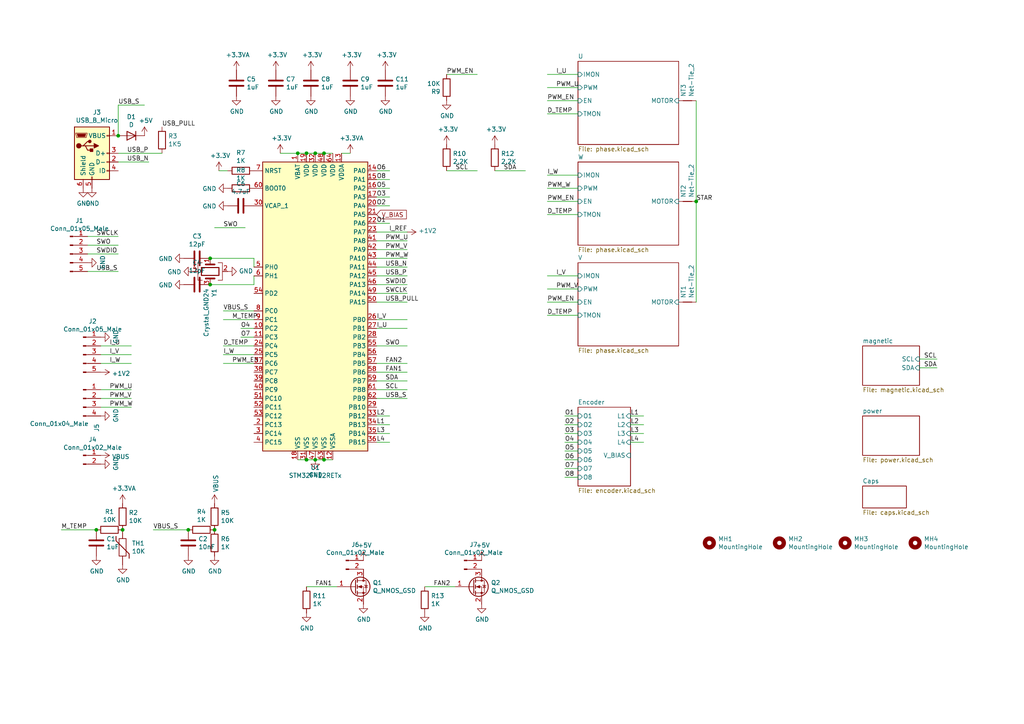
<source format=kicad_sch>
(kicad_sch (version 20211123) (generator eeschema)
  (paper "A4")
  (lib_symbols
    (symbol "Connector:Conn_01x02_Male" (pin_names (offset 1.016) hide)
      (property "Reference" "J" (at 0 2.54 0))
      (property "Value" "Conn_01x02_Male" (at 0 -5.08 0))
      (symbol "Conn_01x02_Male_1_1"
        (polyline (pts (xy 1.27 -2.54) (xy 0.8636 -2.54)) (stroke (width 0.1524)))
        (polyline (pts (xy 1.27 0) (xy 0.8636 0)) (stroke (width 0.1524)))
        (rectangle (start 0.8636 -2.413) (end 0 -2.667) (stroke (width 0.1524)) (fill (type outline)))
        (rectangle (start 0.8636 0.127) (end 0 -0.127) (stroke (width 0.1524)) (fill (type outline)))
        (pin passive line (at 5.08 0 180) (length 3.81) (name "Pin_1") (number "1"))
        (pin passive line (at 5.08 -2.54 180) (length 3.81) (name "Pin_2") (number "2"))
      )
    )
    (symbol "Connector:Conn_01x04_Male" (pin_names (offset 1.016) hide)
      (property "Reference" "J" (at 0 5.08 0))
      (property "Value" "Conn_01x04_Male" (at 0 -7.62 0))
      (symbol "Conn_01x04_Male_1_1"
        (polyline (pts (xy 1.27 -5.08) (xy 0.8636 -5.08)) (stroke (width 0.1524)))
        (polyline (pts (xy 1.27 -2.54) (xy 0.8636 -2.54)) (stroke (width 0.1524)))
        (polyline (pts (xy 1.27 0) (xy 0.8636 0)) (stroke (width 0.1524)))
        (polyline (pts (xy 1.27 2.54) (xy 0.8636 2.54)) (stroke (width 0.1524)))
        (rectangle (start 0.8636 -4.953) (end 0 -5.207) (stroke (width 0.1524)) (fill (type outline)))
        (rectangle (start 0.8636 -2.413) (end 0 -2.667) (stroke (width 0.1524)) (fill (type outline)))
        (rectangle (start 0.8636 0.127) (end 0 -0.127) (stroke (width 0.1524)) (fill (type outline)))
        (rectangle (start 0.8636 2.667) (end 0 2.413) (stroke (width 0.1524)) (fill (type outline)))
        (pin passive line (at 5.08 2.54 180) (length 3.81) (name "Pin_1") (number "1"))
        (pin passive line (at 5.08 0 180) (length 3.81) (name "Pin_2") (number "2"))
        (pin passive line (at 5.08 -2.54 180) (length 3.81) (name "Pin_3") (number "3"))
        (pin passive line (at 5.08 -5.08 180) (length 3.81) (name "Pin_4") (number "4"))
      )
    )
    (symbol "Connector:Conn_01x05_Male" (pin_names (offset 1.016) hide)
      (property "Reference" "J" (at 0 7.62 0))
      (property "Value" "Conn_01x05_Male" (at 0 -7.62 0))
      (symbol "Conn_01x05_Male_1_1"
        (polyline (pts (xy 1.27 -5.08) (xy 0.8636 -5.08)) (stroke (width 0.1524)))
        (polyline (pts (xy 1.27 -2.54) (xy 0.8636 -2.54)) (stroke (width 0.1524)))
        (polyline (pts (xy 1.27 0) (xy 0.8636 0)) (stroke (width 0.1524)))
        (polyline (pts (xy 1.27 2.54) (xy 0.8636 2.54)) (stroke (width 0.1524)))
        (polyline (pts (xy 1.27 5.08) (xy 0.8636 5.08)) (stroke (width 0.1524)))
        (rectangle (start 0.8636 -4.953) (end 0 -5.207) (stroke (width 0.1524)) (fill (type outline)))
        (rectangle (start 0.8636 -2.413) (end 0 -2.667) (stroke (width 0.1524)) (fill (type outline)))
        (rectangle (start 0.8636 0.127) (end 0 -0.127) (stroke (width 0.1524)) (fill (type outline)))
        (rectangle (start 0.8636 2.667) (end 0 2.413) (stroke (width 0.1524)) (fill (type outline)))
        (rectangle (start 0.8636 5.207) (end 0 4.953) (stroke (width 0.1524)) (fill (type outline)))
        (pin passive line (at 5.08 5.08 180) (length 3.81) (name "Pin_1") (number "1"))
        (pin passive line (at 5.08 2.54 180) (length 3.81) (name "Pin_2") (number "2"))
        (pin passive line (at 5.08 0 180) (length 3.81) (name "Pin_3") (number "3"))
        (pin passive line (at 5.08 -2.54 180) (length 3.81) (name "Pin_4") (number "4"))
        (pin passive line (at 5.08 -5.08 180) (length 3.81) (name "Pin_5") (number "5"))
      )
    )
    (symbol "Connector:USB_B_Micro" (pin_names (offset 1.016))
      (property "Reference" "J" (at -5.08 11.43 0))
      (property "Value" "USB_B_Micro" (at -5.08 8.89 0))
      (symbol "USB_B_Micro_0_1"
        (rectangle (start -5.08 -7.62) (end 5.08 7.62) (stroke (width 0.254)) (fill (type background)))
        (circle (center -3.81 2.159) (radius 0.635) (stroke (width 0.254)) (fill (type outline)))
        (circle (center -0.635 3.429) (radius 0.381) (stroke (width 0.254)) (fill (type outline)))
        (rectangle (start -0.127 -7.62) (end 0.127 -6.858))
        (polyline (pts (xy -1.905 2.159) (xy 0.635 2.159)) (stroke (width 0.254)))
        (polyline (pts (xy -3.175 2.159) (xy -2.54 2.159) (xy -1.27 3.429) (xy -0.635 3.429)) (stroke (width 0.254)))
        (polyline (pts (xy -2.54 2.159) (xy -1.905 2.159) (xy -1.27 0.889) (xy 0 0.889)) (stroke (width 0.254)))
        (polyline (pts (xy 0.635 2.794) (xy 0.635 1.524) (xy 1.905 2.159) (xy 0.635 2.794)) (stroke (width 0.254)) (fill (type outline)))
        (polyline (pts (xy -4.318 5.588) (xy -1.778 5.588) (xy -2.032 4.826) (xy -4.064 4.826) (xy -4.318 5.588)) (fill (type outline)))
        (polyline (pts (xy -4.699 5.842) (xy -4.699 5.588) (xy -4.445 4.826) (xy -4.445 4.572) (xy -1.651 4.572) (xy -1.651 4.826) (xy -1.397 5.588) (xy -1.397 5.842) (xy -4.699 5.842)))
        (rectangle (start 0.254 1.27) (end -0.508 0.508) (stroke (width 0.254)) (fill (type outline)))
        (rectangle (start 5.08 -5.207) (end 4.318 -4.953))
        (rectangle (start 5.08 -2.667) (end 4.318 -2.413))
        (rectangle (start 5.08 -0.127) (end 4.318 0.127))
        (rectangle (start 5.08 4.953) (end 4.318 5.207))
      )
      (symbol "USB_B_Micro_1_1"
        (pin power_out line (at 7.62 5.08 180) (length 2.54) (name "VBUS") (number "1"))
        (pin bidirectional line (at 7.62 -2.54 180) (length 2.54) (name "D-") (number "2"))
        (pin bidirectional line (at 7.62 0 180) (length 2.54) (name "D+") (number "3"))
        (pin passive line (at 7.62 -5.08 180) (length 2.54) (name "ID") (number "4"))
        (pin power_out line (at 0 -10.16 90) (length 2.54) (name "GND") (number "5"))
        (pin passive line (at -2.54 -10.16 90) (length 2.54) (name "Shield") (number "6"))
      )
    )
    (symbol "Device:C" (pin_numbers hide) (pin_names (offset 0.254))
      (property "Reference" "C" (at 0.635 2.54 0))
      (property "Value" "C" (at 0.635 -2.54 0))
      (symbol "C_0_1"
        (polyline (pts (xy -2.032 -0.762) (xy 2.032 -0.762)) (stroke (width 0.508)))
        (polyline (pts (xy -2.032 0.762) (xy 2.032 0.762)) (stroke (width 0.508)))
      )
      (symbol "C_1_1"
        (pin passive line (at 0 3.81 270) (length 2.794) (name "~") (number "1"))
        (pin passive line (at 0 -3.81 90) (length 2.794) (name "~") (number "2"))
      )
    )
    (symbol "Device:Crystal_GND24" (pin_names (offset 1.016) hide)
      (property "Reference" "Y" (at 3.175 5.08 0))
      (property "Value" "Crystal_GND24" (at 3.175 3.175 0))
      (symbol "Crystal_GND24_0_1"
        (rectangle (start -1.143 2.54) (end 1.143 -2.54) (stroke (width 0.3048)))
        (polyline (pts (xy -2.54 0) (xy -2.032 0)))
        (polyline (pts (xy -2.032 -1.27) (xy -2.032 1.27)) (stroke (width 0.508)))
        (polyline (pts (xy 0 -3.81) (xy 0 -3.556)))
        (polyline (pts (xy 0 3.556) (xy 0 3.81)))
        (polyline (pts (xy 2.032 -1.27) (xy 2.032 1.27)) (stroke (width 0.508)))
        (polyline (pts (xy 2.032 0) (xy 2.54 0)))
        (polyline (pts (xy -2.54 -2.286) (xy -2.54 -3.556) (xy 2.54 -3.556) (xy 2.54 -2.286)))
        (polyline (pts (xy -2.54 2.286) (xy -2.54 3.556) (xy 2.54 3.556) (xy 2.54 2.286)))
      )
      (symbol "Crystal_GND24_1_1"
        (pin passive line (at -3.81 0 0) (length 1.27) (name "1") (number "1"))
        (pin passive line (at 0 5.08 270) (length 1.27) (name "2") (number "2"))
        (pin passive line (at 3.81 0 180) (length 1.27) (name "3") (number "3"))
        (pin passive line (at 0 -5.08 90) (length 1.27) (name "4") (number "4"))
      )
    )
    (symbol "Device:D" (pin_numbers hide) (pin_names (offset 1.016) hide)
      (property "Reference" "D" (at 0 2.54 0))
      (property "Value" "D" (at 0 -2.54 0))
      (symbol "D_0_1"
        (polyline (pts (xy -1.27 1.27) (xy -1.27 -1.27)) (stroke (width 0.254)))
        (polyline (pts (xy 1.27 0) (xy -1.27 0)))
        (polyline (pts (xy 1.27 1.27) (xy 1.27 -1.27) (xy -1.27 0) (xy 1.27 1.27)) (stroke (width 0.254)))
      )
      (symbol "D_1_1"
        (pin passive line (at -3.81 0 0) (length 2.54) (name "K") (number "1"))
        (pin passive line (at 3.81 0 180) (length 2.54) (name "A") (number "2"))
      )
    )
    (symbol "Device:Net-Tie_2" (pin_numbers hide) (pin_names (offset 0) hide)
      (property "Reference" "NT" (at 0 1.27 0))
      (property "Value" "Device_Net-Tie_2" (at 0 -1.27 0))
      (symbol "Net-Tie_2_0_1"
        (polyline (pts (xy -1.27 0) (xy 1.27 0)) (stroke (width 0.254)))
      )
      (symbol "Net-Tie_2_1_1"
        (pin passive line (at -2.54 0 0) (length 2.54) (name "1") (number "1"))
        (pin passive line (at 2.54 0 180) (length 2.54) (name "2") (number "2"))
      )
    )
    (symbol "Device:Q_NMOS_GSD" (pin_names (offset 0) hide)
      (property "Reference" "Q" (at 5.08 1.27 0))
      (property "Value" "Q_NMOS_GSD" (at 5.08 -1.27 0))
      (symbol "Q_NMOS_GSD_0_1"
        (polyline (pts (xy 0.254 0) (xy -2.54 0)))
        (polyline (pts (xy 0.254 1.905) (xy 0.254 -1.905)) (stroke (width 0.254)))
        (polyline (pts (xy 0.762 -1.27) (xy 0.762 -2.286)) (stroke (width 0.254)))
        (polyline (pts (xy 0.762 0.508) (xy 0.762 -0.508)) (stroke (width 0.254)))
        (polyline (pts (xy 0.762 2.286) (xy 0.762 1.27)) (stroke (width 0.254)))
        (polyline (pts (xy 2.54 2.54) (xy 2.54 1.778)))
        (polyline (pts (xy 2.54 -2.54) (xy 2.54 0) (xy 0.762 0)))
        (polyline (pts (xy 0.762 -1.778) (xy 3.302 -1.778) (xy 3.302 1.778) (xy 0.762 1.778)))
        (polyline (pts (xy 1.016 0) (xy 2.032 0.381) (xy 2.032 -0.381) (xy 1.016 0)) (fill (type outline)))
        (polyline (pts (xy 2.794 0.508) (xy 2.921 0.381) (xy 3.683 0.381) (xy 3.81 0.254)))
        (polyline (pts (xy 3.302 0.381) (xy 2.921 -0.254) (xy 3.683 -0.254) (xy 3.302 0.381)))
        (circle (center 1.651 0) (radius 2.794) (stroke (width 0.254)))
        (circle (center 2.54 -1.778) (radius 0.254) (fill (type outline)))
        (circle (center 2.54 1.778) (radius 0.254) (fill (type outline)))
      )
      (symbol "Q_NMOS_GSD_1_1"
        (pin input line (at -5.08 0 0) (length 2.54) (name "G") (number "1"))
        (pin passive line (at 2.54 -5.08 90) (length 2.54) (name "S") (number "2"))
        (pin passive line (at 2.54 5.08 270) (length 2.54) (name "D") (number "3"))
      )
    )
    (symbol "Device:R" (pin_numbers hide) (pin_names (offset 0))
      (property "Reference" "R" (at 2.032 0 90))
      (property "Value" "R" (at 0 0 90))
      (symbol "R_0_1"
        (rectangle (start -1.016 -2.54) (end 1.016 2.54) (stroke (width 0.254)))
      )
      (symbol "R_1_1"
        (pin passive line (at 0 3.81 270) (length 1.27) (name "~") (number "1"))
        (pin passive line (at 0 -3.81 90) (length 1.27) (name "~") (number "2"))
      )
    )
    (symbol "Device:Thermistor" (pin_numbers hide) (pin_names (offset 0))
      (property "Reference" "TH" (at 2.54 1.27 90))
      (property "Value" "Thermistor" (at -2.54 0 90))
      (symbol "Thermistor_0_1"
        (rectangle (start -1.016 2.54) (end 1.016 -2.54) (stroke (width 0.2032)))
        (polyline (pts (xy -1.905 3.175) (xy -1.905 1.905) (xy 1.905 -1.905) (xy 1.905 -3.175) (xy 1.905 -3.175)) (stroke (width 0.254)))
      )
      (symbol "Thermistor_1_1"
        (pin passive line (at 0 5.08 270) (length 2.54) (name "~") (number "1"))
        (pin passive line (at 0 -5.08 90) (length 2.54) (name "~") (number "2"))
      )
    )
    (symbol "MCU_ST_STM32F4:STM32F412RETx"
      (property "Reference" "U" (at -15.24 41.91 0))
      (property "Value" "STM32F412RETx" (at 10.16 41.91 0))
      (symbol "STM32F412RETx_0_1"
        (rectangle (start -15.24 -43.18) (end 15.24 40.64) (stroke (width 0.254)) (fill (type background)))
      )
      (symbol "STM32F412RETx_1_1"
        (pin power_in line (at -5.08 43.18 270) (length 2.54) (name "VBAT") (number "1"))
        (pin bidirectional line (at -17.78 -7.62 0) (length 2.54) (name "PC2") (number "10"))
        (pin bidirectional line (at -17.78 -10.16 0) (length 2.54) (name "PC3") (number "11"))
        (pin power_in line (at 5.08 -45.72 90) (length 2.54) (name "VSSA") (number "12"))
        (pin power_in line (at 7.62 43.18 270) (length 2.54) (name "VDDA") (number "13"))
        (pin bidirectional line (at 17.78 38.1 180) (length 2.54) (name "PA0") (number "14"))
        (pin bidirectional line (at 17.78 35.56 180) (length 2.54) (name "PA1") (number "15"))
        (pin bidirectional line (at 17.78 33.02 180) (length 2.54) (name "PA2") (number "16"))
        (pin bidirectional line (at 17.78 30.48 180) (length 2.54) (name "PA3") (number "17"))
        (pin power_in line (at -5.08 -45.72 90) (length 2.54) (name "VSS") (number "18"))
        (pin power_in line (at -2.54 43.18 270) (length 2.54) (name "VDD") (number "19"))
        (pin bidirectional line (at -17.78 -35.56 0) (length 2.54) (name "PC13") (number "2"))
        (pin bidirectional line (at 17.78 27.94 180) (length 2.54) (name "PA4") (number "20"))
        (pin bidirectional line (at 17.78 25.4 180) (length 2.54) (name "PA5") (number "21"))
        (pin bidirectional line (at 17.78 22.86 180) (length 2.54) (name "PA6") (number "22"))
        (pin bidirectional line (at 17.78 20.32 180) (length 2.54) (name "PA7") (number "23"))
        (pin bidirectional line (at -17.78 -12.7 0) (length 2.54) (name "PC4") (number "24"))
        (pin bidirectional line (at -17.78 -15.24 0) (length 2.54) (name "PC5") (number "25"))
        (pin bidirectional line (at 17.78 -5.08 180) (length 2.54) (name "PB0") (number "26"))
        (pin bidirectional line (at 17.78 -7.62 180) (length 2.54) (name "PB1") (number "27"))
        (pin bidirectional line (at 17.78 -10.16 180) (length 2.54) (name "PB2") (number "28"))
        (pin bidirectional line (at 17.78 -30.48 180) (length 2.54) (name "PB10") (number "29"))
        (pin bidirectional line (at -17.78 -38.1 0) (length 2.54) (name "PC14") (number "3"))
        (pin power_in line (at -17.78 27.94 0) (length 2.54) (name "VCAP_1") (number "30"))
        (pin power_in line (at -2.54 -45.72 90) (length 2.54) (name "VSS") (number "31"))
        (pin power_in line (at 0 43.18 270) (length 2.54) (name "VDD") (number "32"))
        (pin bidirectional line (at 17.78 -33.02 180) (length 2.54) (name "PB12") (number "33"))
        (pin bidirectional line (at 17.78 -35.56 180) (length 2.54) (name "PB13") (number "34"))
        (pin bidirectional line (at 17.78 -38.1 180) (length 2.54) (name "PB14") (number "35"))
        (pin bidirectional line (at 17.78 -40.64 180) (length 2.54) (name "PB15") (number "36"))
        (pin bidirectional line (at -17.78 -17.78 0) (length 2.54) (name "PC6") (number "37"))
        (pin bidirectional line (at -17.78 -20.32 0) (length 2.54) (name "PC7") (number "38"))
        (pin bidirectional line (at -17.78 -22.86 0) (length 2.54) (name "PC8") (number "39"))
        (pin bidirectional line (at -17.78 -40.64 0) (length 2.54) (name "PC15") (number "4"))
        (pin bidirectional line (at -17.78 -25.4 0) (length 2.54) (name "PC9") (number "40"))
        (pin bidirectional line (at 17.78 17.78 180) (length 2.54) (name "PA8") (number "41"))
        (pin bidirectional line (at 17.78 15.24 180) (length 2.54) (name "PA9") (number "42"))
        (pin bidirectional line (at 17.78 12.7 180) (length 2.54) (name "PA10") (number "43"))
        (pin bidirectional line (at 17.78 10.16 180) (length 2.54) (name "PA11") (number "44"))
        (pin bidirectional line (at 17.78 7.62 180) (length 2.54) (name "PA12") (number "45"))
        (pin bidirectional line (at 17.78 5.08 180) (length 2.54) (name "PA13") (number "46"))
        (pin power_in line (at 0 -45.72 90) (length 2.54) (name "VSS") (number "47"))
        (pin power_in line (at 2.54 43.18 270) (length 2.54) (name "VDD") (number "48"))
        (pin bidirectional line (at 17.78 2.54 180) (length 2.54) (name "PA14") (number "49"))
        (pin input line (at -17.78 10.16 0) (length 2.54) (name "PH0") (number "5"))
        (pin bidirectional line (at 17.78 0 180) (length 2.54) (name "PA15") (number "50"))
        (pin bidirectional line (at -17.78 -27.94 0) (length 2.54) (name "PC10") (number "51"))
        (pin bidirectional line (at -17.78 -30.48 0) (length 2.54) (name "PC11") (number "52"))
        (pin bidirectional line (at -17.78 -33.02 0) (length 2.54) (name "PC12") (number "53"))
        (pin bidirectional line (at -17.78 2.54 0) (length 2.54) (name "PD2") (number "54"))
        (pin bidirectional line (at 17.78 -12.7 180) (length 2.54) (name "PB3") (number "55"))
        (pin bidirectional line (at 17.78 -15.24 180) (length 2.54) (name "PB4") (number "56"))
        (pin bidirectional line (at 17.78 -17.78 180) (length 2.54) (name "PB5") (number "57"))
        (pin bidirectional line (at 17.78 -20.32 180) (length 2.54) (name "PB6") (number "58"))
        (pin bidirectional line (at 17.78 -22.86 180) (length 2.54) (name "PB7") (number "59"))
        (pin input line (at -17.78 7.62 0) (length 2.54) (name "PH1") (number "6"))
        (pin input line (at -17.78 33.02 0) (length 2.54) (name "BOOT0") (number "60"))
        (pin bidirectional line (at 17.78 -25.4 180) (length 2.54) (name "PB8") (number "61"))
        (pin bidirectional line (at 17.78 -27.94 180) (length 2.54) (name "PB9") (number "62"))
        (pin power_in line (at 2.54 -45.72 90) (length 2.54) (name "VSS") (number "63"))
        (pin power_in line (at 5.08 43.18 270) (length 2.54) (name "VDD") (number "64"))
        (pin input line (at -17.78 38.1 0) (length 2.54) (name "NRST") (number "7"))
        (pin bidirectional line (at -17.78 -2.54 0) (length 2.54) (name "PC0") (number "8"))
        (pin bidirectional line (at -17.78 -5.08 0) (length 2.54) (name "PC1") (number "9"))
      )
    )
    (symbol "Mechanical:MountingHole" (pin_names (offset 1.016))
      (property "Reference" "H" (at 0 5.08 0))
      (property "Value" "MountingHole" (at 0 3.175 0))
      (symbol "MountingHole_0_1"
        (circle (center 0 0) (radius 1.27) (stroke (width 1.27)))
      )
    )
    (symbol "power:+1V2" (power) (pin_names (offset 0))
      (property "Value" "+1V2" (at 0 3.556 0))
      (symbol "+1V2_0_1"
        (polyline (pts (xy -0.762 1.27) (xy 0 2.54)))
        (polyline (pts (xy 0 0) (xy 0 2.54)))
        (polyline (pts (xy 0 2.54) (xy 0.762 1.27)))
      )
      (symbol "+1V2_1_1"
        (pin power_in line (at 0 0 90) (length 0) hide (name "+1V2") (number "1"))
      )
    )
    (symbol "power:+3.3V" (power) (pin_names (offset 0))
      (property "Value" "+3.3V" (at 0 3.556 0))
      (symbol "+3.3V_0_1"
        (polyline (pts (xy -0.762 1.27) (xy 0 2.54)))
        (polyline (pts (xy 0 0) (xy 0 2.54)))
        (polyline (pts (xy 0 2.54) (xy 0.762 1.27)))
      )
      (symbol "+3.3V_1_1"
        (pin power_in line (at 0 0 90) (length 0) hide (name "+3.3V") (number "1"))
      )
    )
    (symbol "power:+3.3VA" (power) (pin_names (offset 0))
      (property "Value" "+3.3VA" (at 0 3.556 0))
      (symbol "+3.3VA_0_1"
        (polyline (pts (xy -0.762 1.27) (xy 0 2.54)))
        (polyline (pts (xy 0 0) (xy 0 2.54)))
        (polyline (pts (xy 0 2.54) (xy 0.762 1.27)))
      )
      (symbol "+3.3VA_1_1"
        (pin power_in line (at 0 0 90) (length 0) hide (name "+3.3VA") (number "1"))
      )
    )
    (symbol "power:+5V" (power) (pin_names (offset 0))
      (property "Value" "+5V" (at 0 3.556 0))
      (symbol "+5V_0_1"
        (polyline (pts (xy -0.762 1.27) (xy 0 2.54)))
        (polyline (pts (xy 0 0) (xy 0 2.54)))
        (polyline (pts (xy 0 2.54) (xy 0.762 1.27)))
      )
      (symbol "+5V_1_1"
        (pin power_in line (at 0 0 90) (length 0) hide (name "+5V") (number "1"))
      )
    )
    (symbol "power:GND" (power) (pin_names (offset 0))
      (property "Value" "GND" (at 0 -3.81 0))
      (symbol "GND_0_1"
        (polyline (pts (xy 0 0) (xy 0 -1.27) (xy 1.27 -1.27) (xy 0 -2.54) (xy -1.27 -1.27) (xy 0 -1.27)))
      )
      (symbol "GND_1_1"
        (pin power_in line (at 0 0 270) (length 0) hide (name "GND") (number "1"))
      )
    )
    (symbol "power:VBUS" (power) (pin_names (offset 0))
      (property "Value" "VBUS" (at 0 3.81 0))
      (symbol "VBUS_0_1"
        (polyline (pts (xy -0.762 1.27) (xy 0 2.54)))
        (polyline (pts (xy 0 0) (xy 0 2.54)))
        (polyline (pts (xy 0 2.54) (xy 0.762 1.27)))
      )
      (symbol "VBUS_1_1"
        (pin power_in line (at 0 0 90) (length 0) hide (name "VBUS") (number "1"))
      )
    )
  )
  (junction (at 93.98 44.45))
  (junction (at 34.29 39.37))
  (junction (at 60.96 74.93))
  (junction (at 86.36 44.45))
  (junction (at 60.96 82.55))
  (junction (at 91.44 44.45))
  (junction (at 62.23 153.67))
  (junction (at 35.56 153.67))
  (junction (at 93.98 133.35))
  (junction (at 91.44 133.35))
  (junction (at 27.94 153.67))
  (junction (at 88.9 133.35))
  (junction (at 201.93 58.42))
  (junction (at 54.61 153.67))
  (junction (at 88.9 44.45))
  (wire (pts (xy 29.21 118.11) (xy 38.1 118.11)))
  (wire (pts (xy 158.75 91.44) (xy 167.64 91.44)))
  (wire (pts (xy 25.4 73.66) (xy 34.29 73.66)))
  (wire (pts (xy 266.7 104.14) (xy 271.78 104.14)))
  (wire (pts (xy 158.75 25.4) (xy 167.64 25.4)))
  (wire (pts (xy 109.22 77.47) (xy 118.11 77.47)))
  (wire (pts (xy 113.03 125.73) (xy 109.22 125.73)))
  (wire (pts (xy 73.66 74.93) (xy 73.66 77.47)))
  (wire (pts (xy 163.83 123.19) (xy 167.64 123.19)))
  (wire (pts (xy 163.83 120.65) (xy 167.64 120.65)))
  (wire (pts (xy 158.75 62.23) (xy 167.64 62.23)))
  (wire (pts (xy 54.61 153.67) (xy 44.45 153.67)))
  (wire (pts (xy 60.96 82.55) (xy 73.66 82.55)))
  (wire (pts (xy 99.06 44.45) (xy 101.6 44.45)))
  (wire (pts (xy 60.96 74.93) (xy 73.66 74.93)))
  (wire (pts (xy 64.77 102.87) (xy 73.66 102.87)))
  (wire (pts (xy 109.22 105.41) (xy 118.11 105.41)))
  (wire (pts (xy 109.22 69.85) (xy 118.11 69.85)))
  (wire (pts (xy 93.98 44.45) (xy 96.52 44.45)))
  (wire (pts (xy 109.22 87.63) (xy 118.11 87.63)))
  (wire (pts (xy 113.03 128.27) (xy 109.22 128.27)))
  (wire (pts (xy 201.93 29.21) (xy 201.93 58.42)))
  (wire (pts (xy 62.23 66.04) (xy 71.12 66.04)))
  (wire (pts (xy 109.22 72.39) (xy 118.11 72.39)))
  (wire (pts (xy 88.9 133.35) (xy 91.44 133.35)))
  (wire (pts (xy 63.5 49.53) (xy 66.04 49.53)))
  (wire (pts (xy 143.51 49.53) (xy 152.4 49.53)))
  (wire (pts (xy 163.83 133.35) (xy 167.64 133.35)))
  (wire (pts (xy 109.22 92.71) (xy 118.11 92.71)))
  (wire (pts (xy 34.29 39.37) (xy 34.29 30.48)))
  (wire (pts (xy 158.75 21.59) (xy 167.64 21.59)))
  (wire (pts (xy 123.19 170.18) (xy 132.08 170.18)))
  (wire (pts (xy 91.44 133.35) (xy 93.98 133.35)))
  (wire (pts (xy 29.21 115.57) (xy 38.1 115.57)))
  (wire (pts (xy 64.77 92.71) (xy 73.66 92.71)))
  (wire (pts (xy 73.66 95.25) (xy 69.85 95.25)))
  (wire (pts (xy 109.22 113.03) (xy 118.11 113.03)))
  (wire (pts (xy 29.21 102.87) (xy 38.1 102.87)))
  (wire (pts (xy 186.69 123.19) (xy 182.88 123.19)))
  (wire (pts (xy 86.36 44.45) (xy 88.9 44.45)))
  (wire (pts (xy 158.75 33.02) (xy 167.64 33.02)))
  (wire (pts (xy 266.7 106.68) (xy 271.78 106.68)))
  (wire (pts (xy 25.4 71.12) (xy 34.29 71.12)))
  (wire (pts (xy 158.75 83.82) (xy 167.64 83.82)))
  (wire (pts (xy 34.29 46.99) (xy 43.18 46.99)))
  (wire (pts (xy 29.21 100.33) (xy 38.1 100.33)))
  (wire (pts (xy 109.22 115.57) (xy 118.11 115.57)))
  (wire (pts (xy 129.54 49.53) (xy 138.43 49.53)))
  (wire (pts (xy 64.77 105.41) (xy 73.66 105.41)))
  (wire (pts (xy 118.11 80.01) (xy 109.22 80.01)))
  (wire (pts (xy 91.44 44.45) (xy 93.98 44.45)))
  (wire (pts (xy 113.03 52.07) (xy 109.22 52.07)))
  (wire (pts (xy 163.83 125.73) (xy 167.64 125.73)))
  (wire (pts (xy 109.22 110.49) (xy 118.11 110.49)))
  (wire (pts (xy 109.22 100.33) (xy 118.11 100.33)))
  (wire (pts (xy 167.64 138.43) (xy 163.83 138.43)))
  (wire (pts (xy 93.98 133.35) (xy 96.52 133.35)))
  (wire (pts (xy 64.77 90.17) (xy 73.66 90.17)))
  (wire (pts (xy 113.03 123.19) (xy 109.22 123.19)))
  (wire (pts (xy 158.75 50.8) (xy 167.64 50.8)))
  (wire (pts (xy 109.22 95.25) (xy 118.11 95.25)))
  (wire (pts (xy 167.64 130.81) (xy 163.83 130.81)))
  (wire (pts (xy 186.69 128.27) (xy 182.88 128.27)))
  (wire (pts (xy 109.22 107.95) (xy 118.11 107.95)))
  (wire (pts (xy 73.66 82.55) (xy 73.66 80.01)))
  (wire (pts (xy 109.22 64.77) (xy 113.03 64.77)))
  (wire (pts (xy 186.69 120.65) (xy 182.88 120.65)))
  (wire (pts (xy 163.83 135.89) (xy 167.64 135.89)))
  (wire (pts (xy 109.22 57.15) (xy 113.03 57.15)))
  (wire (pts (xy 186.69 125.73) (xy 182.88 125.73)))
  (wire (pts (xy 88.9 170.18) (xy 97.79 170.18)))
  (wire (pts (xy 25.4 68.58) (xy 34.29 68.58)))
  (wire (pts (xy 109.22 49.53) (xy 113.03 49.53)))
  (wire (pts (xy 88.9 44.45) (xy 91.44 44.45)))
  (wire (pts (xy 25.4 78.74) (xy 34.29 78.74)))
  (wire (pts (xy 113.03 54.61) (xy 109.22 54.61)))
  (wire (pts (xy 27.94 153.67) (xy 17.78 153.67)))
  (wire (pts (xy 109.22 85.09) (xy 118.11 85.09)))
  (wire (pts (xy 34.29 44.45) (xy 46.99 44.45)))
  (wire (pts (xy 86.36 133.35) (xy 88.9 133.35)))
  (wire (pts (xy 34.29 30.48) (xy 41.91 30.48)))
  (wire (pts (xy 201.93 58.42) (xy 201.93 87.63)))
  (wire (pts (xy 158.75 54.61) (xy 167.64 54.61)))
  (wire (pts (xy 167.64 128.27) (xy 163.83 128.27)))
  (wire (pts (xy 158.75 87.63) (xy 167.64 87.63)))
  (wire (pts (xy 109.22 59.69) (xy 113.03 59.69)))
  (wire (pts (xy 81.28 44.45) (xy 86.36 44.45)))
  (wire (pts (xy 29.21 105.41) (xy 38.1 105.41)))
  (wire (pts (xy 64.77 100.33) (xy 73.66 100.33)))
  (wire (pts (xy 69.85 97.79) (xy 73.66 97.79)))
  (wire (pts (xy 118.11 67.31) (xy 109.22 67.31)))
  (wire (pts (xy 29.21 113.03) (xy 38.1 113.03)))
  (wire (pts (xy 158.75 58.42) (xy 167.64 58.42)))
  (wire (pts (xy 158.75 80.01) (xy 167.64 80.01)))
  (wire (pts (xy 109.22 82.55) (xy 118.11 82.55)))
  (wire (pts (xy 129.54 21.59) (xy 138.43 21.59)))
  (wire (pts (xy 113.03 120.65) (xy 109.22 120.65)))
  (wire (pts (xy 109.22 74.93) (xy 118.11 74.93)))
  (wire (pts (xy 158.75 29.21) (xy 167.64 29.21)))
  (label "L2" (at 182.88 123.19 0))
  (label "I_V" (at 31.75 102.87 0))
  (label "I_U" (at 161.29 21.59 0))
  (label "PWM_EN" (at 158.75 29.21 0))
  (label "PWM_V" (at 161.29 83.82 0))
  (label "SCL" (at 111.76 113.03 0))
  (label "PWM_W" (at 111.76 74.93 0))
  (label "O4" (at 69.85 95.25 0))
  (label "O4" (at 163.83 128.27 0))
  (label "O1" (at 163.83 120.65 0))
  (label "USB_N" (at 111.76 77.47 0))
  (label "SWCLK" (at 111.76 85.09 0))
  (label "I_U" (at 109.22 95.25 0))
  (label "FAN1" (at 91.44 170.18 0))
  (label "O6" (at 163.83 133.35 0))
  (label "I_V" (at 109.22 92.71 0))
  (label "O5" (at 109.22 54.61 0))
  (label "STAR" (at 201.93 58.42 0))
  (label "PWM_U" (at 111.76 69.85 0))
  (label "FAN2" (at 111.76 105.41 0))
  (label "FAN1" (at 111.76 107.95 0))
  (label "O3" (at 109.22 57.15 0))
  (label "L2" (at 109.22 120.65 0))
  (label "USB_PULL" (at 46.99 36.83 0))
  (label "SWDIO" (at 27.94 73.66 0))
  (label "PWM_V" (at 31.75 115.57 0))
  (label "D_TEMP" (at 64.77 100.33 0))
  (label "L1" (at 109.22 123.19 0))
  (label "USB_N" (at 36.83 46.99 0))
  (label "SCL" (at 267.97 104.14 0))
  (label "O8" (at 109.22 52.07 0))
  (label "PWM_W" (at 31.75 118.11 0))
  (label "USB_S" (at 34.29 30.48 0))
  (label "SDA" (at 267.97 106.68 0))
  (label "O8" (at 163.83 138.43 0))
  (label "PWM_U" (at 31.75 113.03 0))
  (label "VBUS_S" (at 64.77 90.17 0))
  (label "L3" (at 182.88 125.73 0))
  (label "SWO" (at 27.94 71.12 0))
  (label "PWM_W" (at 158.75 54.61 0))
  (label "M_TEMP" (at 67.31 92.71 0))
  (label "SWO" (at 64.77 66.04 0))
  (label "USB_S" (at 27.94 78.74 0))
  (label "L1" (at 182.88 120.65 0))
  (label "PWM_EN" (at 158.75 87.63 0))
  (label "O7" (at 69.85 97.79 0))
  (label "SDA" (at 146.05 49.53 0))
  (label "SWO" (at 111.76 100.33 0))
  (label "SWDIO" (at 111.76 82.55 0))
  (label "SDA" (at 111.76 110.49 0))
  (label "M_TEMP" (at 17.78 153.67 0))
  (label "L4" (at 182.88 128.27 0))
  (label "L3" (at 109.22 125.73 0))
  (label "O2" (at 109.22 59.69 0))
  (label "PWM_EN" (at 129.54 21.59 0))
  (label "FAN2" (at 125.73 170.18 0))
  (label "I_REF" (at 118.11 67.31 180))
  (label "PWM_EN" (at 67.31 105.41 0))
  (label "O1" (at 109.22 64.77 0))
  (label "O2" (at 163.83 123.19 0))
  (label "USB_PULL" (at 111.76 87.63 0))
  (label "L4" (at 109.22 128.27 0))
  (label "USB_P" (at 36.83 44.45 0))
  (label "I_V" (at 161.29 80.01 0))
  (label "PWM_EN" (at 158.75 58.42 0))
  (label "I_W" (at 31.75 105.41 0))
  (label "O6" (at 109.22 49.53 0))
  (label "USB_P" (at 111.76 80.01 0))
  (label "O5" (at 163.83 130.81 0))
  (label "O7" (at 163.83 135.89 0))
  (label "D_TEMP" (at 158.75 91.44 0))
  (label "PWM_V" (at 111.76 72.39 0))
  (label "O3" (at 163.83 125.73 0))
  (label "SWCLK" (at 27.94 68.58 0))
  (label "D_TEMP" (at 158.75 62.23 0))
  (label "I_W" (at 64.77 102.87 0))
  (label "USB_S" (at 111.76 115.57 0))
  (label "VBUS_S" (at 44.45 153.67 0))
  (label "D_TEMP" (at 158.75 33.02 0))
  (label "I_U" (at 31.75 100.33 0))
  (label "PWM_U" (at 161.29 25.4 0))
  (label "I_W" (at 158.75 50.8 0))
  (label "SCL" (at 132.08 49.53 0))
  (global_label "V_BIAS" (shape input) (at 109.22 62.23 0) (property "Intersheet References" "${INTERSHEET_REFS}" (effects hide)))
  (symbol (lib_id "Mechanical:MountingHole") (at 205.74 157.48 0) (unit 1)
    (property "Reference" "MH1" (at 208.28 156.3116 0) (effects (justify left)))
    (property "Value" "MountingHole" (at 208.28 158.623 0) (effects (justify left)))
    (property "Footprint" "MountingHole:MountingHole_3.2mm_M3" (effects hide))
  )
  (symbol (lib_id "Mechanical:MountingHole") (at 226.06 157.48 0) (unit 1)
    (property "Reference" "MH2" (at 228.6 156.3116 0) (effects (justify left)))
    (property "Value" "MountingHole" (at 228.6 158.623 0) (effects (justify left)))
    (property "Footprint" "MountingHole:MountingHole_3.2mm_M3" (effects hide))
  )
  (symbol (lib_id "Device:Net-Tie_2") (at 199.39 87.63 0) (unit 1)
    (property "Reference" "NT1" (at 198.2216 86.5124 90) (effects (justify left)))
    (property "Value" "Net-Tie_2" (at 200.533 86.5124 90) (effects (justify left)))
    (property "Footprint" "NetTie:NetTie-2_SMD_Pad2.0mm" (effects hide))
  )
  (symbol (lib_id "Connector:USB_B_Micro") (at 26.67 44.45 0) (unit 1)
    (property "Reference" "J3" (at 28.1178 32.5882 0))
    (property "Value" "USB_B_Micro" (at 28.1178 34.8996 0))
    (property "Footprint" "Connector_USB:USB_Micro-B_Molex_47346-0001" (effects hide))
  )
  (symbol (lib_id "Device:Crystal_GND24") (at 60.96 78.74 270) (unit 1)
    (property "Reference" "Y1" (at 62.1284 83.6676 0) (effects (justify left)))
    (property "Value" "Crystal_GND24" (at 59.817 83.6676 0) (effects (justify left)))
    (property "Footprint" "Crystal:Crystal_SMD_3225-4Pin_3.2x2.5mm" (effects hide))
  )
  (symbol (lib_id "power:+3.3V") (at 81.28 44.45 0) (unit 1)
    (property "Reference" "#PWR026" (effects hide))
    (property "Value" "+3.3V" (at 81.661 40.0558 0))
  )
  (symbol (lib_id "power:+3.3VA") (at 101.6 44.45 0) (unit 1)
    (property "Reference" "#PWR032" (effects hide))
    (property "Value" "+3.3VA" (at 101.981 40.0558 0))
  )
  (symbol (lib_id "power:GND") (at 91.44 133.35 0) (unit 1)
    (property "Reference" "#PWR029" (effects hide))
    (property "Value" "GND" (at 91.567 137.7442 0))
  )
  (symbol (lib_id "Device:C") (at 57.15 74.93 270) (unit 1)
    (property "Reference" "C3" (at 57.15 68.5292 90))
    (property "Value" "12pF" (at 57.15 70.8406 90))
    (property "Footprint" "Capacitor_SMD:C_0402_1005Metric" (effects hide))
  )
  (symbol (lib_id "Device:C") (at 57.15 82.55 270) (unit 1)
    (property "Reference" "C4" (at 57.15 76.1492 90))
    (property "Value" "12pF" (at 57.15 78.4606 90))
    (property "Footprint" "Capacitor_SMD:C_0402_1005Metric" (effects hide))
  )
  (symbol (lib_id "power:GND") (at 66.04 78.74 90) (unit 1)
    (property "Reference" "#PWR021" (effects hide))
    (property "Value" "GND" (at 69.2912 78.613 90) (effects (justify right)))
  )
  (symbol (lib_id "power:GND") (at 53.34 74.93 270) (unit 1)
    (property "Reference" "#PWR012" (effects hide))
    (property "Value" "GND" (at 50.0888 75.057 90) (effects (justify right)))
  )
  (symbol (lib_id "power:GND") (at 53.34 82.55 270) (unit 1)
    (property "Reference" "#PWR013" (effects hide))
    (property "Value" "GND" (at 50.0888 82.677 90) (effects (justify right)))
  )
  (symbol (lib_id "power:GND") (at 55.88 78.74 270) (unit 1)
    (property "Reference" "#PWR015" (effects hide))
    (property "Value" "GND" (at 52.6288 78.867 90) (effects (justify right)))
  )
  (symbol (lib_id "Device:R") (at 69.85 54.61 270) (unit 1)
    (property "Reference" "R8" (at 69.85 49.3522 90))
    (property "Value" "1K" (at 69.85 51.6636 90))
    (property "Footprint" "Resistor_SMD:R_0402_1005Metric" (effects hide))
  )
  (symbol (lib_id "Device:C") (at 69.85 59.69 270) (unit 1)
    (property "Reference" "C6" (at 69.85 53.2892 90))
    (property "Value" "4.7uF" (at 69.85 55.6006 90))
    (property "Footprint" "Capacitor_SMD:C_0603_1608Metric" (effects hide))
  )
  (symbol (lib_id "power:GND") (at 66.04 59.69 270) (unit 1)
    (property "Reference" "#PWR020" (effects hide))
    (property "Value" "GND" (at 62.7888 59.817 90) (effects (justify right)))
  )
  (symbol (lib_id "power:GND") (at 66.04 54.61 270) (unit 1)
    (property "Reference" "#PWR019" (effects hide))
    (property "Value" "GND" (at 62.7888 54.737 90) (effects (justify right)))
  )
  (symbol (lib_id "power:+3.3VA") (at 68.58 20.32 0) (unit 1)
    (property "Reference" "#PWR022" (effects hide))
    (property "Value" "+3.3VA" (at 68.961 15.9258 0))
  )
  (symbol (lib_id "Device:C") (at 68.58 24.13 0) (unit 1)
    (property "Reference" "C5" (at 71.501 22.9616 0) (effects (justify left)))
    (property "Value" "1uF" (at 71.501 25.273 0) (effects (justify left)))
    (property "Footprint" "Resistor_SMD:R_0402_1005Metric" (effects hide))
  )
  (symbol (lib_id "power:GND") (at 68.58 27.94 0) (unit 1)
    (property "Reference" "#PWR023" (effects hide))
    (property "Value" "GND" (at 68.707 32.3342 0))
  )
  (symbol (lib_id "Device:C") (at 80.01 24.13 0) (unit 1)
    (property "Reference" "C7" (at 82.931 22.9616 0) (effects (justify left)))
    (property "Value" "1uF" (at 82.931 25.273 0) (effects (justify left)))
    (property "Footprint" "Capacitor_SMD:C_0402_1005Metric" (effects hide))
  )
  (symbol (lib_id "power:GND") (at 80.01 27.94 0) (unit 1)
    (property "Reference" "#PWR025" (effects hide))
    (property "Value" "GND" (at 80.137 32.3342 0))
  )
  (symbol (lib_id "Device:C") (at 90.17 24.13 0) (unit 1)
    (property "Reference" "C8" (at 93.091 22.9616 0) (effects (justify left)))
    (property "Value" "1uF" (at 93.091 25.273 0) (effects (justify left)))
    (property "Footprint" "Capacitor_SMD:C_0402_1005Metric" (effects hide))
  )
  (symbol (lib_id "power:GND") (at 90.17 27.94 0) (unit 1)
    (property "Reference" "#PWR028" (effects hide))
    (property "Value" "GND" (at 90.297 32.3342 0))
  )
  (symbol (lib_id "Device:C") (at 101.6 24.13 0) (unit 1)
    (property "Reference" "C9" (at 104.521 22.9616 0) (effects (justify left)))
    (property "Value" "1uF" (at 104.521 25.273 0) (effects (justify left)))
    (property "Footprint" "Capacitor_SMD:C_0402_1005Metric" (effects hide))
  )
  (symbol (lib_id "power:GND") (at 101.6 27.94 0) (unit 1)
    (property "Reference" "#PWR031" (effects hide))
    (property "Value" "GND" (at 101.727 32.3342 0))
  )
  (symbol (lib_id "power:+3.3V") (at 80.01 20.32 0) (unit 1)
    (property "Reference" "#PWR024" (effects hide))
    (property "Value" "+3.3V" (at 80.391 15.9258 0))
  )
  (symbol (lib_id "power:+3.3V") (at 90.17 20.32 0) (unit 1)
    (property "Reference" "#PWR027" (effects hide))
    (property "Value" "+3.3V" (at 90.551 15.9258 0))
  )
  (symbol (lib_id "power:+3.3V") (at 101.6 20.32 0) (unit 1)
    (property "Reference" "#PWR030" (effects hide))
    (property "Value" "+3.3V" (at 101.981 15.9258 0))
  )
  (symbol (lib_id "Connector:Conn_01x02_Male") (at 24.13 132.08 0) (unit 1)
    (property "Reference" "J4" (at 26.8732 127.4826 0))
    (property "Value" "Conn_01x02_Male" (at 26.8732 129.794 0))
    (property "Footprint" "Connector_Molex:Molex_Micro-Fit_3.0_43045-0212_2x01_P3.00mm_Vertical" (effects hide))
  )
  (symbol (lib_id "power:VBUS") (at 29.21 132.08 270) (unit 1)
    (property "Reference" "#PWR010" (effects hide))
    (property "Value" "VBUS" (at 32.4612 132.461 90) (effects (justify left)))
  )
  (symbol (lib_id "power:GND") (at 26.67 54.61 0) (unit 1)
    (property "Reference" "#PWR02" (effects hide))
    (property "Value" "GND" (at 26.797 59.0042 0))
  )
  (symbol (lib_id "power:GND") (at 29.21 134.62 90) (unit 1)
    (property "Reference" "#PWR011" (effects hide))
    (property "Value" "GND" (at 33.6042 134.493 0))
  )
  (symbol (lib_id "power:+5V") (at 41.91 39.37 0) (unit 1)
    (property "Reference" "#PWR09" (effects hide))
    (property "Value" "+5V" (at 42.291 34.9758 0))
  )
  (symbol (lib_id "power:GND") (at 24.13 54.61 0) (unit 1)
    (property "Reference" "#PWR01" (effects hide))
    (property "Value" "GND" (at 24.257 59.0042 0))
  )
  (symbol (lib_id "Device:R") (at 69.85 49.53 270) (unit 1)
    (property "Reference" "R7" (at 69.85 44.2722 90))
    (property "Value" "1K" (at 69.85 46.5836 90))
    (property "Footprint" "Resistor_SMD:R_0402_1005Metric" (effects hide))
  )
  (symbol (lib_id "power:+3.3V") (at 63.5 49.53 0) (unit 1)
    (property "Reference" "#PWR018" (effects hide))
    (property "Value" "+3.3V" (at 63.881 45.1358 0))
  )
  (symbol (lib_id "power:GND") (at 29.21 97.79 90) (unit 1)
    (property "Reference" "#PWR04" (effects hide))
    (property "Value" "GND" (at 33.6042 97.663 0))
  )
  (symbol (lib_id "Device:Net-Tie_2") (at 199.39 58.42 0) (unit 1)
    (property "Reference" "NT2" (at 198.2216 57.3024 90) (effects (justify left)))
    (property "Value" "Net-Tie_2" (at 200.533 57.3024 90) (effects (justify left)))
    (property "Footprint" "NetTie:NetTie-2_SMD_Pad2.0mm" (effects hide))
  )
  (symbol (lib_id "Device:Net-Tie_2") (at 199.39 29.21 0) (unit 1)
    (property "Reference" "NT3" (at 198.2216 28.0924 90) (effects (justify left)))
    (property "Value" "Net-Tie_2" (at 200.533 28.0924 90) (effects (justify left)))
    (property "Footprint" "NetTie:NetTie-2_SMD_Pad2.0mm" (effects hide))
  )
  (symbol (lib_id "MCU_ST_STM32F4:STM32F412RETx") (at 91.44 87.63 0) (unit 1)
    (property "Reference" "U1" (at 91.44 135.6106 0))
    (property "Value" "STM32F412RETx" (at 91.44 137.922 0))
    (property "Footprint" "Package_QFP:LQFP-64_10x10mm_P0.5mm" (effects hide))
    (property "Datasheet" "http://www.st.com/st-web-ui/static/active/en/resource/technical/document/datasheet/DM00213872.pdf" (effects hide))
  )
  (symbol (lib_id "power:+1V2") (at 118.11 67.31 270) (mirror x) (unit 1)
    (property "Reference" "#PWR0214" (effects hide))
    (property "Value" "+1V2" (at 121.3612 66.929 90) (effects (justify left)))
  )
  (symbol (lib_id "Connector:Conn_01x04_Male") (at 24.13 115.57 0) (unit 1)
    (property "Reference" "J5" (at 28.0416 122.8852 90) (effects (justify right)))
    (property "Value" "Conn_01x04_Male" (at 25.7302 122.8852 0) (effects (justify right)))
    (property "Footprint" "Connector_PinHeader_2.54mm:PinHeader_1x04_P2.54mm_Vertical" (effects hide))
  )
  (symbol (lib_id "power:GND") (at 29.21 120.65 90) (unit 1)
    (property "Reference" "#PWR0224" (effects hide))
    (property "Value" "GND" (at 33.6042 120.523 0))
  )
  (symbol (lib_id "Connector:Conn_01x05_Male") (at 24.13 102.87 0) (unit 1)
    (property "Reference" "J2" (at 26.8732 93.1926 0))
    (property "Value" "Conn_01x05_Male" (at 26.8732 95.504 0))
    (property "Footprint" "Connector_PinHeader_2.54mm:PinHeader_1x05_P2.54mm_Vertical" (effects hide))
  )
  (symbol (lib_id "Device:R") (at 129.54 25.4 180) (unit 1)
    (property "Reference" "R9" (at 127.762 26.5684 0) (effects (justify left)))
    (property "Value" "10K" (at 127.762 24.257 0) (effects (justify left)))
    (property "Footprint" "Resistor_SMD:R_0402_1005Metric" (effects hide))
  )
  (symbol (lib_id "power:GND") (at 129.54 29.21 0) (unit 1)
    (property "Reference" "#PWR033" (effects hide))
    (property "Value" "GND" (at 129.667 33.6042 0))
  )
  (symbol (lib_id "power:+1V2") (at 29.21 107.95 270) (unit 1)
    (property "Reference" "#PWR05" (effects hide))
    (property "Value" "+1V2" (at 32.4612 108.331 90) (effects (justify left)))
  )
  (symbol (lib_id "Device:C") (at 111.76 24.13 0) (unit 1)
    (property "Reference" "C11" (at 114.681 22.9616 0) (effects (justify left)))
    (property "Value" "1uF" (at 114.681 25.273 0) (effects (justify left)))
    (property "Footprint" "Capacitor_SMD:C_0402_1005Metric" (effects hide))
  )
  (symbol (lib_id "power:GND") (at 111.76 27.94 0) (unit 1)
    (property "Reference" "#PWR0238" (effects hide))
    (property "Value" "GND" (at 111.887 32.3342 0))
  )
  (symbol (lib_id "power:+3.3V") (at 111.76 20.32 0) (unit 1)
    (property "Reference" "#PWR0239" (effects hide))
    (property "Value" "+3.3V" (at 112.141 15.9258 0))
  )
  (symbol (lib_id "Device:R") (at 129.54 45.72 0) (unit 1)
    (property "Reference" "R10" (at 131.318 44.5516 0) (effects (justify left)))
    (property "Value" "2.2K" (at 131.318 46.863 0) (effects (justify left)))
    (property "Footprint" "Resistor_SMD:R_0402_1005Metric" (effects hide))
  )
  (symbol (lib_id "Device:R") (at 143.51 45.72 0) (unit 1)
    (property "Reference" "R12" (at 145.288 44.5516 0) (effects (justify left)))
    (property "Value" "2.2K" (at 145.288 46.863 0) (effects (justify left)))
    (property "Footprint" "Resistor_SMD:R_0402_1005Metric" (effects hide))
  )
  (symbol (lib_id "power:+3.3V") (at 129.54 41.91 0) (unit 1)
    (property "Reference" "#PWR034" (effects hide))
    (property "Value" "+3.3V" (at 129.921 37.5158 0))
  )
  (symbol (lib_id "power:+3.3V") (at 143.51 41.91 0) (unit 1)
    (property "Reference" "#PWR036" (effects hide))
    (property "Value" "+3.3V" (at 143.891 37.5158 0))
  )
  (symbol (lib_id "Device:Q_NMOS_GSD") (at 102.87 170.18 0) (unit 1)
    (property "Reference" "Q1" (at 108.1024 169.0116 0) (effects (justify left)))
    (property "Value" "Q_NMOS_GSD" (at 108.1024 171.323 0) (effects (justify left)))
    (property "Footprint" "Package_TO_SOT_SMD:SOT-23" (effects hide))
  )
  (symbol (lib_id "Device:Q_NMOS_GSD") (at 137.16 170.18 0) (unit 1)
    (property "Reference" "Q2" (at 142.3924 169.0116 0) (effects (justify left)))
    (property "Value" "Q_NMOS_GSD" (at 142.3924 171.323 0) (effects (justify left)))
    (property "Footprint" "Package_TO_SOT_SMD:SOT-23" (effects hide))
  )
  (symbol (lib_id "power:GND") (at 105.41 175.26 0) (unit 1)
    (property "Reference" "#PWR0242" (effects hide))
    (property "Value" "GND" (at 105.537 179.6542 0))
  )
  (symbol (lib_id "power:GND") (at 139.7 175.26 0) (unit 1)
    (property "Reference" "#PWR0243" (effects hide))
    (property "Value" "GND" (at 139.827 179.6542 0))
  )
  (symbol (lib_id "Connector:Conn_01x02_Male") (at 100.33 162.56 0) (unit 1)
    (property "Reference" "J6" (at 103.0732 157.9626 0))
    (property "Value" "Conn_01x02_Male" (at 103.0732 160.274 0))
    (property "Footprint" "Connector_PinHeader_2.54mm:PinHeader_1x02_P2.54mm_Vertical" (effects hide))
  )
  (symbol (lib_id "power:+5V") (at 105.41 162.56 0) (unit 1)
    (property "Reference" "#PWR0244" (effects hide))
    (property "Value" "+5V" (at 105.791 158.1658 0))
  )
  (symbol (lib_id "Connector:Conn_01x02_Male") (at 134.62 162.56 0) (unit 1)
    (property "Reference" "J7" (at 137.3632 157.9626 0))
    (property "Value" "Conn_01x02_Male" (at 137.3632 160.274 0))
    (property "Footprint" "Connector_PinHeader_2.54mm:PinHeader_1x02_P2.54mm_Vertical" (effects hide))
  )
  (symbol (lib_id "power:+5V") (at 139.7 162.56 0) (unit 1)
    (property "Reference" "#PWR0245" (effects hide))
    (property "Value" "+5V" (at 140.081 158.1658 0))
  )
  (symbol (lib_id "power:GND") (at 88.9 177.8 0) (unit 1)
    (property "Reference" "#PWR0246" (effects hide))
    (property "Value" "GND" (at 89.027 182.1942 0))
  )
  (symbol (lib_id "Device:R") (at 88.9 173.99 0) (unit 1)
    (property "Reference" "R11" (at 90.678 172.8216 0) (effects (justify left)))
    (property "Value" "1K" (at 90.678 175.133 0) (effects (justify left)))
    (property "Footprint" "Resistor_SMD:R_0402_1005Metric" (effects hide))
  )
  (symbol (lib_id "power:GND") (at 123.19 177.8 0) (unit 1)
    (property "Reference" "#PWR0247" (effects hide))
    (property "Value" "GND" (at 123.317 182.1942 0))
  )
  (symbol (lib_id "Device:R") (at 123.19 173.99 0) (unit 1)
    (property "Reference" "R13" (at 124.968 172.8216 0) (effects (justify left)))
    (property "Value" "1K" (at 124.968 175.133 0) (effects (justify left)))
    (property "Footprint" "Resistor_SMD:R_0402_1005Metric" (effects hide))
  )
  (symbol (lib_id "Mechanical:MountingHole") (at 245.11 157.48 0) (unit 1)
    (property "Reference" "MH3" (at 247.65 156.3116 0) (effects (justify left)))
    (property "Value" "MountingHole" (at 247.65 158.623 0) (effects (justify left)))
    (property "Footprint" "MountingHole:MountingHole_3.2mm_M3" (effects hide))
  )
  (symbol (lib_id "Mechanical:MountingHole") (at 265.43 157.48 0) (unit 1)
    (property "Reference" "MH4" (at 267.97 156.3116 0) (effects (justify left)))
    (property "Value" "MountingHole" (at 267.97 158.623 0) (effects (justify left)))
    (property "Footprint" "MountingHole:MountingHole_3.2mm_M3" (effects hide))
  )
  (symbol (lib_id "Device:R") (at 46.99 40.64 0) (unit 1)
    (property "Reference" "R3" (at 48.768 39.4716 0) (effects (justify left)))
    (property "Value" "1K5" (at 48.768 41.783 0) (effects (justify left)))
    (property "Footprint" "Resistor_SMD:R_0402_1005Metric" (effects hide))
  )
  (symbol (lib_id "Device:D") (at 38.1 39.37 180) (unit 1)
    (property "Reference" "D1" (at 38.1 33.8836 0))
    (property "Value" "D" (at 38.1 36.195 0))
    (property "Footprint" "Diode_SMD:D_SOD-123" (effects hide))
  )
  (symbol (lib_id "Device:R") (at 35.56 149.86 0) (unit 1)
    (property "Reference" "R2" (at 37.338 148.6916 0) (effects (justify left)))
    (property "Value" "10K" (at 37.338 151.003 0) (effects (justify left)))
    (property "Footprint" "Resistor_SMD:R_0402_1005Metric" (effects hide))
  )
  (symbol (lib_id "Device:Thermistor") (at 35.56 158.75 0) (unit 1)
    (property "Reference" "TH1" (at 38.227 157.5816 0) (effects (justify left)))
    (property "Value" "10K" (at 38.227 159.893 0) (effects (justify left)))
    (property "Footprint" "Resistor_SMD:R_0402_1005Metric" (effects hide))
  )
  (symbol (lib_id "Device:R") (at 31.75 153.67 270) (unit 1)
    (property "Reference" "R1" (at 31.75 148.4122 90))
    (property "Value" "10K" (at 31.75 150.7236 90))
    (property "Footprint" "Resistor_SMD:R_0402_1005Metric" (effects hide))
  )
  (symbol (lib_id "Device:C") (at 27.94 157.48 0) (unit 1)
    (property "Reference" "C1" (at 30.861 156.3116 0) (effects (justify left)))
    (property "Value" "1uF" (at 30.861 158.623 0) (effects (justify left)))
    (property "Footprint" "Capacitor_SMD:C_0402_1005Metric" (effects hide))
  )
  (symbol (lib_id "power:GND") (at 27.94 161.29 0) (unit 1)
    (property "Reference" "#PWR06" (effects hide))
    (property "Value" "GND" (at 28.067 165.6842 0))
  )
  (symbol (lib_id "power:+3.3VA") (at 35.56 146.05 0) (unit 1)
    (property "Reference" "#PWR07" (effects hide))
    (property "Value" "+3.3VA" (at 35.941 141.6558 0))
  )
  (symbol (lib_id "Device:R") (at 62.23 149.86 0) (unit 1)
    (property "Reference" "R5" (at 64.008 148.6916 0) (effects (justify left)))
    (property "Value" "10K" (at 64.008 151.003 0) (effects (justify left)))
    (property "Footprint" "Resistor_SMD:R_0402_1005Metric" (effects hide))
  )
  (symbol (lib_id "Device:R") (at 58.42 153.67 270) (unit 1)
    (property "Reference" "R4" (at 58.42 148.4122 90))
    (property "Value" "1K" (at 58.42 150.7236 90))
    (property "Footprint" "Resistor_SMD:R_0402_1005Metric" (effects hide))
  )
  (symbol (lib_id "Device:C") (at 54.61 157.48 0) (unit 1)
    (property "Reference" "C2" (at 57.531 156.3116 0) (effects (justify left)))
    (property "Value" "10nF" (at 57.531 158.623 0) (effects (justify left)))
    (property "Footprint" "Capacitor_SMD:C_0402_1005Metric" (effects hide))
  )
  (symbol (lib_id "power:GND") (at 54.61 161.29 0) (unit 1)
    (property "Reference" "#PWR014" (effects hide))
    (property "Value" "GND" (at 54.737 165.6842 0))
  )
  (symbol (lib_id "power:VBUS") (at 62.23 146.05 0) (unit 1)
    (property "Reference" "#PWR016" (effects hide))
    (property "Value" "VBUS" (at 62.611 142.7988 90) (effects (justify left)))
  )
  (symbol (lib_id "power:GND") (at 35.56 163.83 0) (unit 1)
    (property "Reference" "#PWR08" (effects hide))
    (property "Value" "GND" (at 35.687 168.2242 0))
  )
  (symbol (lib_id "Device:R") (at 62.23 157.48 0) (unit 1)
    (property "Reference" "R6" (at 64.008 156.3116 0) (effects (justify left)))
    (property "Value" "1K" (at 64.008 158.623 0) (effects (justify left)))
    (property "Footprint" "Resistor_SMD:R_0402_1005Metric" (effects hide))
  )
  (symbol (lib_id "power:GND") (at 62.23 161.29 0) (unit 1)
    (property "Reference" "#PWR017" (effects hide))
    (property "Value" "GND" (at 62.357 165.6842 0))
  )
  (symbol (lib_id "Connector:Conn_01x05_Male") (at 20.32 73.66 0) (unit 1)
    (property "Reference" "J1" (at 23.0632 63.9826 0))
    (property "Value" "Conn_01x05_Male" (at 23.0632 66.294 0))
    (property "Footprint" "Connector_PinHeader_2.54mm:PinHeader_1x05_P2.54mm_Vertical" (effects hide))
  )
  (symbol (lib_id "power:GND") (at 25.4 76.2 90) (unit 1)
    (property "Reference" "#PWR0250" (effects hide))
    (property "Value" "GND" (at 29.7942 76.073 0))
  )
  (sheet (at 250.19 100.33) (size 16.51 11.43)
    (property "Sheet name" "magnetic" (at 250.19 99.6184 0) (effects (justify left bottom)))
    (property "Sheet file" "magnetic.kicad_sch" (at 250.19 112.3446 0) (effects (justify left top)))
    (pin "SCL" input (at 266.7 104.14 0))
    (pin "SDA" input (at 266.7 106.68 0))
  )
  (sheet (at 250.19 120.65) (size 16.51 11.43)
    (property "Sheet name" "power" (at 250.19 119.9384 0) (effects (justify left bottom)))
    (property "Sheet file" "power.kicad_sch" (at 250.19 132.6646 0) (effects (justify left top)))
  )
  (sheet (at 167.64 17.78) (size 29.21 24.13)
    (property "Sheet name" "U" (at 167.64 17.0684 0) (effects (justify left bottom)))
    (property "Sheet file" "phase.kicad_sch" (at 167.64 42.4946 0) (effects (justify left top)))
    (pin "MOTOR" input (at 196.85 29.21 0))
    (pin "PWM" input (at 167.64 25.4 180))
    (pin "EN" input (at 167.64 29.21 180))
    (pin "TMON" input (at 167.64 33.02 180))
    (pin "IMON" input (at 167.64 21.59 180))
  )
  (sheet (at 167.64 76.2) (size 29.21 24.13)
    (property "Sheet name" "V" (at 167.64 75.4884 0) (effects (justify left bottom)))
    (property "Sheet file" "phase.kicad_sch" (at 167.64 100.9146 0) (effects (justify left top)))
    (pin "MOTOR" input (at 196.85 87.63 0))
    (pin "PWM" input (at 167.64 83.82 180))
    (pin "EN" input (at 167.64 87.63 180))
    (pin "TMON" input (at 167.64 91.44 180))
    (pin "IMON" input (at 167.64 80.01 180))
  )
  (sheet (at 167.64 46.99) (size 29.21 24.13)
    (property "Sheet name" "W" (at 167.64 46.2784 0) (effects (justify left bottom)))
    (property "Sheet file" "phase.kicad_sch" (at 167.64 71.7046 0) (effects (justify left top)))
    (pin "MOTOR" input (at 196.85 58.42 0))
    (pin "PWM" input (at 167.64 54.61 180))
    (pin "EN" input (at 167.64 58.42 180))
    (pin "TMON" input (at 167.64 62.23 180))
    (pin "IMON" input (at 167.64 50.8 180))
  )
  (sheet (at 167.64 118.11) (size 15.24 22.86)
    (property "Sheet name" "Encoder" (at 167.64 117.3984 0) (effects (justify left bottom)))
    (property "Sheet file" "encoder.kicad_sch" (at 167.64 141.5546 0) (effects (justify left top)))
    (pin "O1" input (at 167.64 120.65 180))
    (pin "O5" input (at 167.64 130.81 180))
    (pin "O6" input (at 167.64 133.35 180))
    (pin "O2" input (at 167.64 123.19 180))
    (pin "O3" input (at 167.64 125.73 180))
    (pin "O7" input (at 167.64 135.89 180))
    (pin "O4" input (at 167.64 128.27 180))
    (pin "O8" input (at 167.64 138.43 180))
    (pin "L4" input (at 182.88 128.27 0))
    (pin "L3" input (at 182.88 125.73 0))
    (pin "L2" input (at 182.88 123.19 0))
    (pin "L1" input (at 182.88 120.65 0))
    (pin "V_BIAS" input (at 182.88 132.08 0))
  )
  (sheet (at 250.19 140.97) (size 12.7 6.35)
    (property "Sheet name" "Caps" (at 250.19 140.2584 0) (effects (justify left bottom)))
    (property "Sheet file" "caps.kicad_sch" (at 250.19 147.9046 0) (effects (justify left top)))
  )
)
</source>
